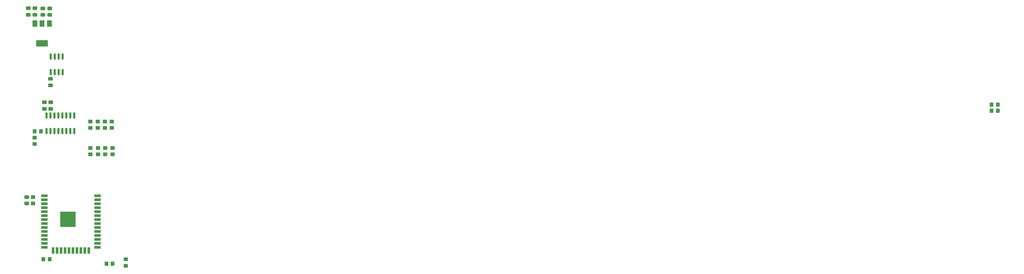
<source format=gbr>
%TF.GenerationSoftware,KiCad,Pcbnew,(6.0.7)*%
%TF.CreationDate,2022-10-26T17:48:04+08:00*%
%TF.ProjectId,Joker60_v2,4a6f6b65-7236-4305-9f76-322e6b696361,1.0*%
%TF.SameCoordinates,Original*%
%TF.FileFunction,Paste,Top*%
%TF.FilePolarity,Positive*%
%FSLAX46Y46*%
G04 Gerber Fmt 4.6, Leading zero omitted, Abs format (unit mm)*
G04 Created by KiCad (PCBNEW (6.0.7)) date 2022-10-26 17:48:04*
%MOMM*%
%LPD*%
G01*
G04 APERTURE LIST*
G04 Aperture macros list*
%AMRoundRect*
0 Rectangle with rounded corners*
0 $1 Rounding radius*
0 $2 $3 $4 $5 $6 $7 $8 $9 X,Y pos of 4 corners*
0 Add a 4 corners polygon primitive as box body*
4,1,4,$2,$3,$4,$5,$6,$7,$8,$9,$2,$3,0*
0 Add four circle primitives for the rounded corners*
1,1,$1+$1,$2,$3*
1,1,$1+$1,$4,$5*
1,1,$1+$1,$6,$7*
1,1,$1+$1,$8,$9*
0 Add four rect primitives between the rounded corners*
20,1,$1+$1,$2,$3,$4,$5,0*
20,1,$1+$1,$4,$5,$6,$7,0*
20,1,$1+$1,$6,$7,$8,$9,0*
20,1,$1+$1,$8,$9,$2,$3,0*%
G04 Aperture macros list end*
%ADD10RoundRect,0.250000X0.475000X-0.337500X0.475000X0.337500X-0.475000X0.337500X-0.475000X-0.337500X0*%
%ADD11RoundRect,0.250000X-0.450000X0.350000X-0.450000X-0.350000X0.450000X-0.350000X0.450000X0.350000X0*%
%ADD12RoundRect,0.250000X-0.475000X0.337500X-0.475000X-0.337500X0.475000X-0.337500X0.475000X0.337500X0*%
%ADD13RoundRect,0.250000X0.450000X-0.325000X0.450000X0.325000X-0.450000X0.325000X-0.450000X-0.325000X0*%
%ADD14RoundRect,0.250000X-0.450000X0.325000X-0.450000X-0.325000X0.450000X-0.325000X0.450000X0.325000X0*%
%ADD15R,2.000000X0.900000*%
%ADD16R,0.900000X2.000000*%
%ADD17R,5.000000X5.000000*%
%ADD18RoundRect,0.150000X-0.150000X0.825000X-0.150000X-0.825000X0.150000X-0.825000X0.150000X0.825000X0*%
%ADD19RoundRect,0.150000X0.150000X-0.850000X0.150000X0.850000X-0.150000X0.850000X-0.150000X-0.850000X0*%
%ADD20RoundRect,0.250000X-0.350000X-0.450000X0.350000X-0.450000X0.350000X0.450000X-0.350000X0.450000X0*%
%ADD21RoundRect,0.250000X0.350000X0.450000X-0.350000X0.450000X-0.350000X-0.450000X0.350000X-0.450000X0*%
%ADD22R,1.500000X2.000000*%
%ADD23R,3.800000X2.000000*%
%ADD24RoundRect,0.250000X-0.325000X-0.450000X0.325000X-0.450000X0.325000X0.450000X-0.325000X0.450000X0*%
G04 APERTURE END LIST*
D10*
X46609000Y-175230700D03*
X46609000Y-173155700D03*
D11*
X64058800Y-186909200D03*
X64058800Y-188909200D03*
X41021000Y-211097000D03*
X41021000Y-213097000D03*
D12*
X38989000Y-211059500D03*
X38989000Y-213134500D03*
D11*
X59385200Y-195376800D03*
X59385200Y-197376800D03*
X66294000Y-186909200D03*
X66294000Y-188909200D03*
D13*
X70739000Y-233054000D03*
X70739000Y-231004000D03*
D11*
X66548000Y-195360800D03*
X66548000Y-197360800D03*
X61874400Y-195376800D03*
X61874400Y-197376800D03*
D14*
X41529000Y-192015000D03*
X41529000Y-194065000D03*
D11*
X64160400Y-195360800D03*
X64160400Y-197360800D03*
D10*
X46736000Y-182774500D03*
X46736000Y-180699500D03*
D15*
X44713000Y-210693000D03*
X44713000Y-211963000D03*
X44713000Y-213233000D03*
X44713000Y-214503000D03*
X44713000Y-215773000D03*
X44713000Y-217043000D03*
X44713000Y-218313000D03*
X44713000Y-219583000D03*
X44713000Y-220853000D03*
X44713000Y-222123000D03*
X44713000Y-223393000D03*
X44713000Y-224663000D03*
X44713000Y-225933000D03*
X44713000Y-227203000D03*
D16*
X47498000Y-228203000D03*
X48768000Y-228203000D03*
X50038000Y-228203000D03*
X51308000Y-228203000D03*
X52578000Y-228203000D03*
X53848000Y-228203000D03*
X55118000Y-228203000D03*
X56388000Y-228203000D03*
X57658000Y-228203000D03*
X58928000Y-228203000D03*
D15*
X61713000Y-227203000D03*
X61713000Y-225933000D03*
X61713000Y-224663000D03*
X61713000Y-223393000D03*
X61713000Y-222123000D03*
X61713000Y-220853000D03*
X61713000Y-219583000D03*
X61713000Y-218313000D03*
X61713000Y-217043000D03*
X61713000Y-215773000D03*
X61713000Y-214503000D03*
X61713000Y-213233000D03*
X61713000Y-211963000D03*
X61713000Y-210693000D03*
D17*
X52213000Y-218193000D03*
D18*
X50520600Y-166079400D03*
X49250600Y-166079400D03*
X47980600Y-166079400D03*
X46710600Y-166079400D03*
X46710600Y-171029400D03*
X47980600Y-171029400D03*
X49250600Y-171029400D03*
X50520600Y-171029400D03*
D10*
X39497000Y-152654000D03*
X39497000Y-150579000D03*
X41656000Y-152638000D03*
X41656000Y-150563000D03*
D11*
X61772800Y-186909200D03*
X61772800Y-188909200D03*
D19*
X45339000Y-189952000D03*
X46609000Y-189952000D03*
X47879000Y-189952000D03*
X49149000Y-189952000D03*
X50419000Y-189952000D03*
X51689000Y-189952000D03*
X52959000Y-189952000D03*
X54229000Y-189952000D03*
X54229000Y-184952000D03*
X52959000Y-184952000D03*
X51689000Y-184952000D03*
X50419000Y-184952000D03*
X49149000Y-184952000D03*
X47879000Y-184952000D03*
X46609000Y-184952000D03*
X45339000Y-184952000D03*
D10*
X46355000Y-152675500D03*
X46355000Y-150600500D03*
D20*
X44339000Y-231013000D03*
X46339000Y-231013000D03*
D10*
X44196000Y-152675500D03*
X44196000Y-150600500D03*
X44704000Y-182774500D03*
X44704000Y-180699500D03*
D21*
X66532000Y-232410000D03*
X64532000Y-232410000D03*
D22*
X46242000Y-155473000D03*
X43942000Y-155473000D03*
D23*
X43942000Y-161773000D03*
D22*
X41642000Y-155473000D03*
D24*
X348130000Y-183370000D03*
X350180000Y-183370000D03*
X348130000Y-181465000D03*
X350180000Y-181465000D03*
D20*
X41545000Y-189992000D03*
X43545000Y-189992000D03*
D11*
X59385200Y-186909200D03*
X59385200Y-188909200D03*
M02*

</source>
